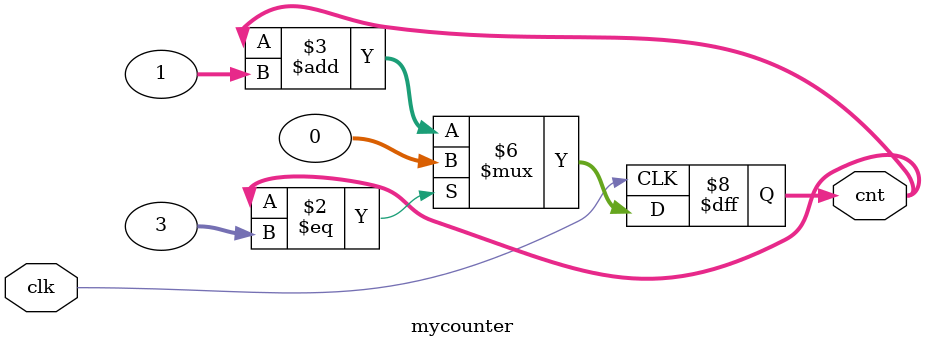
<source format=v>
module mycounter(input clk,output reg[31:0] cnt);
    initial cnt = 0;
    always@(posedge clk) begin
        if (cnt==3)
            cnt <= 0;
        else
            cnt <= cnt + 1;
    end
    `ifdef FORMAL
        always @(posedge clk) begin
        assert(cnt < 3);
        end
    `endif

endmodule

</source>
